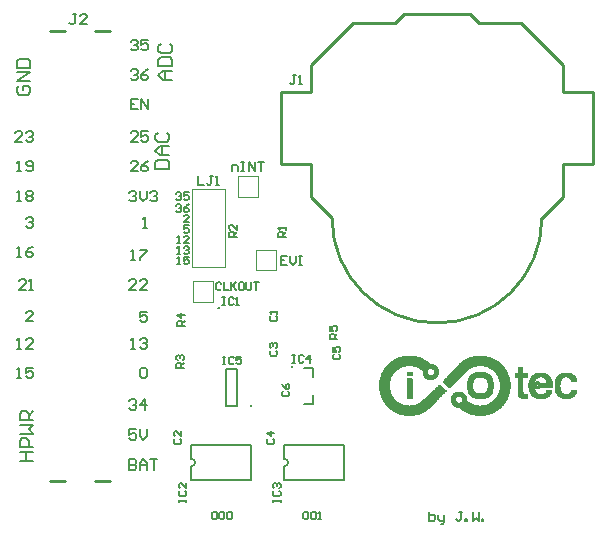
<source format=gto>
G04*
G04 #@! TF.GenerationSoftware,Altium Limited,Altium Designer,19.1.9 (167)*
G04*
G04 Layer_Color=65535*
%FSLAX44Y44*%
%MOMM*%
G71*
G01*
G75*
%ADD10C,0.2540*%
%ADD11C,0.2500*%
%ADD12C,0.2000*%
%ADD13C,0.1000*%
%ADD14C,0.0254*%
%ADD15C,0.1524*%
%ADD16C,0.2032*%
%ADD17C,0.1270*%
%ADD18C,0.1778*%
D10*
X270510Y278130D02*
G03*
X448310Y278130I88900J0D01*
G01*
X202082Y118770D02*
G03*
X202082Y118770I-212J0D01*
G01*
X174709Y201980D02*
G03*
X174709Y201980I-269J0D01*
G01*
X252730Y295910D02*
X270510Y278130D01*
X252730Y295910D02*
Y323850D01*
X448310Y278130D02*
X466090Y295910D01*
X394970Y443230D02*
X430530D01*
X387350Y450850D02*
X394970Y443230D01*
X288290D02*
X323850D01*
X331470Y450850D01*
X252730Y384810D02*
Y407670D01*
X227330Y384810D02*
X252730D01*
X227330Y323850D02*
Y384810D01*
Y323850D02*
X252730D01*
X466090Y295910D02*
Y323850D01*
X491490D01*
Y384810D01*
X466090D02*
X491490D01*
X466090D02*
Y407670D01*
X430530Y443230D02*
X466090Y407670D01*
X331470Y450850D02*
X387350D01*
X252730Y407670D02*
X288290Y443230D01*
X32100Y436500D02*
X44800D01*
X70200D02*
X82900D01*
X70200Y55500D02*
X82900D01*
X32100D02*
X44800D01*
D11*
X236840Y152040D02*
G03*
X236840Y152040I-50J0D01*
G01*
D12*
X230140Y68042D02*
G03*
X230140Y74392I0J3175D01*
G01*
X151400Y68042D02*
G03*
X151400Y74392I0J3175D01*
G01*
X254290Y120890D02*
Y127890D01*
X247190Y120890D02*
X254290D01*
Y143890D02*
Y150890D01*
X247190D02*
X254290D01*
X230140Y56120D02*
Y68042D01*
Y74392D02*
Y86120D01*
X280940D01*
Y56120D02*
Y86120D01*
X230140Y56120D02*
X280940D01*
X151400D02*
Y68042D01*
Y74392D02*
Y86120D01*
X202200D01*
Y56120D02*
Y86120D01*
X151400Y56120D02*
X202200D01*
X180420Y119120D02*
Y150120D01*
X190420Y119120D02*
Y150120D01*
X180420D02*
X190420D01*
X180420Y119120D02*
X190420D01*
D13*
X206030Y233816D02*
Y250816D01*
Y233816D02*
X223230D01*
Y250816D01*
X206030D02*
X223230D01*
X152690Y207400D02*
Y224400D01*
Y207400D02*
X169890D01*
Y224400D01*
X152690D02*
X169890D01*
X190790Y296300D02*
Y313300D01*
Y296300D02*
X207990D01*
Y313300D01*
X190790D02*
X207990D01*
X152366Y236240D02*
Y302240D01*
X179866D01*
Y236240D02*
Y302240D01*
X152366Y236240D02*
X179866D01*
D14*
X427736Y151638D02*
X431800D01*
X427736Y151384D02*
X431800D01*
X427736Y151130D02*
X431800D01*
X427736Y150876D02*
X431800D01*
X427736Y150622D02*
X431800D01*
X427736Y150368D02*
X431800D01*
X427736Y150114D02*
X431800D01*
X427736Y149860D02*
X431800D01*
X427736Y149606D02*
X431800D01*
X427736Y149352D02*
X431800D01*
X427736Y149098D02*
X431800D01*
X427736Y148844D02*
X431800D01*
X427736Y148590D02*
X431800D01*
X427736Y148336D02*
X431800D01*
X427736Y148082D02*
X431800D01*
X427736Y147828D02*
X431800D01*
X427736Y147574D02*
X431800D01*
X427736Y147320D02*
X431800D01*
X427736Y147066D02*
X431800D01*
X444500D02*
X449326D01*
X466344D02*
X470916D01*
X427736Y146812D02*
X431800D01*
X443484D02*
X450088D01*
X465582D02*
X471932D01*
X425196Y146558D02*
X435356D01*
X442722D02*
X450850D01*
X464566D02*
X472694D01*
X425196Y146304D02*
X435356D01*
X442214D02*
X451358D01*
X464058D02*
X473202D01*
X425196Y146050D02*
X435356D01*
X441706D02*
X451866D01*
X463550D02*
X473456D01*
X425196Y145796D02*
X435356D01*
X441452D02*
X452374D01*
X463042D02*
X473964D01*
X425196Y145542D02*
X435356D01*
X440944D02*
X452628D01*
X462788D02*
X474472D01*
X425196Y145288D02*
X435356D01*
X440690D02*
X452882D01*
X462534D02*
X474726D01*
X425196Y145034D02*
X435356D01*
X440182D02*
X453390D01*
X462280D02*
X474980D01*
X425196Y144780D02*
X435356D01*
X439928D02*
X453644D01*
X462026D02*
X475234D01*
X425196Y144526D02*
X435356D01*
X439674D02*
X453898D01*
X461772D02*
X475488D01*
X425196Y144272D02*
X435356D01*
X439420D02*
X454152D01*
X461518D02*
X475742D01*
X425196Y144018D02*
X435356D01*
X439420D02*
X454152D01*
X461264D02*
X475996D01*
X425196Y143764D02*
X435356D01*
X439166D02*
X445770D01*
X448056D02*
X454406D01*
X461010D02*
X467360D01*
X469900D02*
X475996D01*
X425196Y143510D02*
X435356D01*
X438912D02*
X444754D01*
X448818D02*
X454660D01*
X460756D02*
X466598D01*
X470662D02*
X475996D01*
X427736Y143256D02*
X431800D01*
X438912D02*
X443992D01*
X449326D02*
X454914D01*
X460502D02*
X466090D01*
X471170D02*
X476504D01*
X427736Y143002D02*
X431800D01*
X438404D02*
X443992D01*
X449834D02*
X454914D01*
X460502D02*
X465582D01*
X471424D02*
X476504D01*
X427736Y142748D02*
X431800D01*
X438404D02*
X443484D01*
X450088D02*
X455168D01*
X460248D02*
X465328D01*
X471932D02*
X476504D01*
X427736Y142494D02*
X431800D01*
X438404D02*
X443230D01*
X450342D02*
X455422D01*
X459994D02*
X465074D01*
X472186D02*
X476758D01*
X427736Y142240D02*
X431800D01*
X438150D02*
X442976D01*
X450596D02*
X455422D01*
X459994D02*
X464820D01*
X472186D02*
X476758D01*
X427736Y141986D02*
X431800D01*
X437896D02*
X442722D01*
X450850D02*
X455422D01*
X459994D02*
X464566D01*
X472440D02*
X477012D01*
X427736Y141732D02*
X431800D01*
X437896D02*
X442468D01*
X451104D02*
X455676D01*
X459740D02*
X464312D01*
X472694D02*
X477012D01*
X427736Y141478D02*
X431800D01*
X437896D02*
X442468D01*
X451104D02*
X455930D01*
X459740D02*
X464312D01*
X472694D02*
X477012D01*
X427736Y141224D02*
X431800D01*
X437896D02*
X442214D01*
X451358D02*
X455930D01*
X459486D02*
X464058D01*
X472694D02*
X477012D01*
X427736Y140970D02*
X431800D01*
X437642D02*
X442214D01*
X451358D02*
X455930D01*
X459486D02*
X463804D01*
X472694D02*
X477012D01*
X427736Y140716D02*
X431800D01*
X437642D02*
X441960D01*
X451612D02*
X455930D01*
X459486D02*
X463804D01*
X472948D02*
X477012D01*
X427736Y140462D02*
X431800D01*
X437388D02*
X441960D01*
X451612D02*
X456184D01*
X459486D02*
X463804D01*
X472948D02*
X477012D01*
X427736Y140208D02*
X431800D01*
X437388D02*
X441706D01*
X451612D02*
X456184D01*
X459232D02*
X463550D01*
X427736Y139954D02*
X431800D01*
X437388D02*
X441706D01*
X451866D02*
X456184D01*
X459232D02*
X463550D01*
X427736Y139700D02*
X431800D01*
X437388D02*
X441706D01*
X443230D02*
X444754D01*
X451866D02*
X456438D01*
X459232D02*
X463550D01*
X427736Y139446D02*
X431800D01*
X437388D02*
X441706D01*
X442468D02*
X445516D01*
X452120D02*
X456438D01*
X458978D02*
X463550D01*
X427736Y139192D02*
X431800D01*
X437134D02*
X441452D01*
X442214D02*
X445770D01*
X452120D02*
X456438D01*
X458978D02*
X463296D01*
X427736Y138938D02*
X431800D01*
X437134D02*
X441452D01*
X441960D02*
X446024D01*
X452120D02*
X456438D01*
X458978D02*
X463296D01*
X427736Y138684D02*
X431800D01*
X437134D02*
X441452D01*
X441706D02*
X446278D01*
X452120D02*
X456438D01*
X458978D02*
X463296D01*
X427736Y138430D02*
X431800D01*
X437134D02*
X441198D01*
X441452D02*
X456438D01*
X458978D02*
X463296D01*
X427736Y138176D02*
X431800D01*
X436880D02*
X441198D01*
X441452D02*
X456438D01*
X458978D02*
X463296D01*
X427736Y137922D02*
X431800D01*
X436880D02*
X443738D01*
X443992D02*
X456438D01*
X458978D02*
X463296D01*
X427736Y137668D02*
X431800D01*
X436880D02*
X443230D01*
X444754D02*
X456438D01*
X458978D02*
X463296D01*
X427736Y137414D02*
X431800D01*
X436880D02*
X442976D01*
X445008D02*
X456438D01*
X458978D02*
X463042D01*
X427736Y137160D02*
X431800D01*
X436880D02*
X440944D01*
X441198D02*
X442976D01*
X445008D02*
X456438D01*
X458978D02*
X463042D01*
X427736Y136906D02*
X431800D01*
X436880D02*
X442976D01*
X445008D02*
X456438D01*
X458978D02*
X463042D01*
X427736Y136652D02*
X431800D01*
X436880D02*
X442976D01*
X445008D02*
X456438D01*
X458978D02*
X463042D01*
X427736Y136398D02*
X431800D01*
X436880D02*
X442976D01*
X445008D02*
X456438D01*
X458978D02*
X463042D01*
X427736Y136144D02*
X431800D01*
X436880D02*
X443230D01*
X444754D02*
X456438D01*
X458978D02*
X463042D01*
X427736Y135890D02*
X431800D01*
X436880D02*
X443738D01*
X444246D02*
X456438D01*
X458978D02*
X463042D01*
X427736Y135636D02*
X431800D01*
X436880D02*
X441198D01*
X441452D02*
X456438D01*
X458978D02*
X463042D01*
X427736Y135382D02*
X431800D01*
X436880D02*
X441198D01*
X441452D02*
X456438D01*
X458978D02*
X463042D01*
X427736Y135128D02*
X431800D01*
X436880D02*
X441198D01*
X441452D02*
X446278D01*
X458978D02*
X463296D01*
X427736Y134874D02*
X431800D01*
X436880D02*
X441198D01*
X441960D02*
X446024D01*
X458978D02*
X463296D01*
X427736Y134620D02*
X431800D01*
X436880D02*
X441198D01*
X441960D02*
X445770D01*
X458978D02*
X463296D01*
X427736Y134366D02*
X431800D01*
X437134D02*
X441198D01*
X442468D02*
X445516D01*
X458978D02*
X463296D01*
X427736Y134112D02*
X431800D01*
X437134D02*
X441452D01*
X442976D02*
X444754D01*
X458978D02*
X463296D01*
X427736Y133858D02*
X431800D01*
X437134D02*
X441452D01*
X458978D02*
X463296D01*
X427736Y133604D02*
X431800D01*
X437134D02*
X441452D01*
X458978D02*
X463296D01*
X427736Y133350D02*
X431800D01*
X437134D02*
X441706D01*
X458978D02*
X463296D01*
X427736Y133096D02*
X431800D01*
X437388D02*
X441706D01*
X458978D02*
X463550D01*
X427736Y132842D02*
X431800D01*
X437388D02*
X441706D01*
X459232D02*
X463550D01*
X427736Y132588D02*
X431800D01*
X437388D02*
X441706D01*
X459232D02*
X463804D01*
X427736Y132334D02*
X431800D01*
X437388D02*
X441960D01*
X452120D02*
X456184D01*
X459486D02*
X463804D01*
X472948D02*
X477012D01*
X427736Y132080D02*
X431800D01*
X437388D02*
X442214D01*
X451866D02*
X456184D01*
X459486D02*
X463804D01*
X472948D02*
X477012D01*
X427736Y131826D02*
X431800D01*
X437642D02*
X442214D01*
X451866D02*
X456184D01*
X459486D02*
X464058D01*
X472694D02*
X477012D01*
X427736Y131572D02*
X431800D01*
X437642D02*
X442214D01*
X451866D02*
X456184D01*
X459486D02*
X464058D01*
X472694D02*
X477012D01*
X427736Y131318D02*
X431800D01*
X437896D02*
X442468D01*
X451612D02*
X455930D01*
X459486D02*
X464312D01*
X472694D02*
X477012D01*
X427990Y131064D02*
X431800D01*
X437896D02*
X442468D01*
X451612D02*
X455930D01*
X459740D02*
X464312D01*
X472694D02*
X477012D01*
X427990Y130810D02*
X432054D01*
X437896D02*
X442722D01*
X451358D02*
X455930D01*
X459994D02*
X464566D01*
X472440D02*
X477012D01*
X427990Y130556D02*
X432054D01*
X438150D02*
X442976D01*
X451358D02*
X455930D01*
X459994D02*
X464820D01*
X472440D02*
X476758D01*
X427990Y130302D02*
X432054D01*
X438404D02*
X443230D01*
X451104D02*
X455930D01*
X459994D02*
X464820D01*
X472186D02*
X476758D01*
X427990Y130048D02*
X432054D01*
X438404D02*
X443484D01*
X450850D02*
X455676D01*
X460248D02*
X465328D01*
X471932D02*
X476504D01*
X427990Y129794D02*
X432308D01*
X438404D02*
X443738D01*
X450596D02*
X455422D01*
X460502D02*
X465582D01*
X471678D02*
X476504D01*
X427990Y129540D02*
X432308D01*
X438912D02*
X444246D01*
X450342D02*
X455422D01*
X460502D02*
X465836D01*
X471424D02*
X476504D01*
X427990Y129286D02*
X432562D01*
X438912D02*
X444754D01*
X449580D02*
X455422D01*
X460756D02*
X466344D01*
X470916D02*
X476250D01*
X427990Y129032D02*
X433070D01*
X435102D02*
X435864D01*
X439166D02*
X445262D01*
X449072D02*
X454914D01*
X461010D02*
X466852D01*
X470408D02*
X475996D01*
X428244Y128778D02*
X435864D01*
X439420D02*
X454914D01*
X461010D02*
X475996D01*
X427990Y128524D02*
X435864D01*
X439420D02*
X454660D01*
X461264D02*
X475742D01*
X427990Y128270D02*
X435864D01*
X439674D02*
X454406D01*
X461518D02*
X475488D01*
X428244Y128016D02*
X435864D01*
X439928D02*
X454406D01*
X461772D02*
X475488D01*
X428244Y127762D02*
X435864D01*
X440182D02*
X454152D01*
X462026D02*
X475234D01*
X428498Y127508D02*
X435864D01*
X440690D02*
X453644D01*
X462534D02*
X474980D01*
X428752Y127254D02*
X435864D01*
X440944D02*
X453390D01*
X462534D02*
X474472D01*
X429006Y127000D02*
X435864D01*
X441452D02*
X452882D01*
X463042D02*
X474218D01*
X429260Y126746D02*
X435864D01*
X441706D02*
X452628D01*
X463296D02*
X473710D01*
X429514Y126492D02*
X435864D01*
X442214D02*
X452120D01*
X464058D02*
X473456D01*
X429768Y126238D02*
X435864D01*
X442722D02*
X451612D01*
X464312D02*
X472948D01*
X430530Y125984D02*
X435864D01*
X443484D02*
X450850D01*
X465074D02*
X471932D01*
X431292Y125730D02*
X434848D01*
X444246D02*
X450088D01*
X465836D02*
X471424D01*
X331724Y161544D02*
X339598D01*
X391668D02*
X399542D01*
X331216Y161290D02*
X340106D01*
X391160D02*
X400050D01*
X329946Y161036D02*
X341376D01*
X389890D02*
X401320D01*
X328930Y160782D02*
X342392D01*
X388874D02*
X402336D01*
X328168Y160528D02*
X343154D01*
X388112D02*
X403098D01*
X327152Y160274D02*
X343916D01*
X387350D02*
X404114D01*
X326644Y160020D02*
X344678D01*
X386588D02*
X404622D01*
X325882Y159766D02*
X345440D01*
X385826D02*
X405384D01*
X325374Y159512D02*
X345948D01*
X385318D02*
X405892D01*
X324866Y159258D02*
X346456D01*
X384810D02*
X406400D01*
X324358Y159004D02*
X346964D01*
X384302D02*
X406908D01*
X323850Y158750D02*
X347472D01*
X383794D02*
X407416D01*
X323342Y158496D02*
X347980D01*
X383286D02*
X407924D01*
X322834Y158242D02*
X348488D01*
X383032D02*
X408432D01*
X322580Y157988D02*
X348742D01*
X382524D02*
X408686D01*
X322072Y157734D02*
X349250D01*
X382016D02*
X409194D01*
X321818Y157480D02*
X349504D01*
X381762D02*
X409702D01*
X321310Y157226D02*
X350012D01*
X381254D02*
X409956D01*
X321056Y156972D02*
X350266D01*
X381000D02*
X410210D01*
X320548Y156718D02*
X350774D01*
X380492D02*
X410718D01*
X320294Y156464D02*
X351028D01*
X380238D02*
X410972D01*
X320040Y156210D02*
X351282D01*
X379984D02*
X411480D01*
X319532Y155956D02*
X351536D01*
X379730D02*
X411734D01*
X319278Y155702D02*
X352044D01*
X379476D02*
X411988D01*
X319024Y155448D02*
X352298D01*
X378968D02*
X412242D01*
X318770Y155194D02*
X352552D01*
X378714D02*
X412496D01*
X318516Y154940D02*
X352806D01*
X378460D02*
X412750D01*
X318262Y154686D02*
X353060D01*
X378206D02*
X413004D01*
X318008Y154432D02*
X355092D01*
X377952D02*
X413258D01*
X317754Y154178D02*
X356108D01*
X377698D02*
X413512D01*
X317500Y153924D02*
X356616D01*
X377444D02*
X413766D01*
X317246Y153670D02*
X357124D01*
X377190D02*
X414020D01*
X316992Y153416D02*
X333502D01*
X337820D02*
X357378D01*
X376936D02*
X393446D01*
X398018D02*
X414274D01*
X316738Y153162D02*
X332232D01*
X339090D02*
X357632D01*
X376682D02*
X392176D01*
X399034D02*
X414528D01*
X316484Y152908D02*
X330962D01*
X340360D02*
X358140D01*
X376682D02*
X390906D01*
X400304D02*
X414782D01*
X316230Y152654D02*
X330200D01*
X341122D02*
X358394D01*
X376428D02*
X390144D01*
X401066D02*
X415036D01*
X315976Y152400D02*
X329438D01*
X341884D02*
X358648D01*
X376174D02*
X389382D01*
X401828D02*
X415290D01*
X315976Y152146D02*
X328930D01*
X342392D02*
X358648D01*
X375920D02*
X388874D01*
X402336D02*
X415544D01*
X315722Y151892D02*
X328168D01*
X343154D02*
X359156D01*
X375666D02*
X388366D01*
X403098D02*
X415544D01*
X315468Y151638D02*
X327660D01*
X343662D02*
X359156D01*
X375412D02*
X387858D01*
X403606D02*
X415798D01*
X315214Y151384D02*
X327406D01*
X344170D02*
X359410D01*
X375158D02*
X387350D01*
X403860D02*
X416052D01*
X315214Y151130D02*
X326898D01*
X344424D02*
X359410D01*
X374904D02*
X386842D01*
X404622D02*
X416052D01*
X314960Y150876D02*
X326390D01*
X344932D02*
X352806D01*
X355092D02*
X359664D01*
X374650D02*
X386334D01*
X404876D02*
X416560D01*
X314706Y150622D02*
X326136D01*
X345440D02*
X352044D01*
X355600D02*
X359664D01*
X374396D02*
X386080D01*
X405130D02*
X416560D01*
X314706Y150368D02*
X325628D01*
X345694D02*
X351790D01*
X355854D02*
X359918D01*
X374142D02*
X385572D01*
X405638D02*
X416814D01*
X314452Y150114D02*
X325374D01*
X345948D02*
X351536D01*
X356108D02*
X359918D01*
X373888D02*
X385318D01*
X406146D02*
X416814D01*
X314198Y149860D02*
X325120D01*
X346202D02*
X351282D01*
X356108D02*
X359918D01*
X373634D02*
X385064D01*
X406400D02*
X417068D01*
X314198Y149606D02*
X324612D01*
X346710D02*
X351282D01*
X356616D02*
X359918D01*
X373380D02*
X384556D01*
X406654D02*
X417068D01*
X313944Y149352D02*
X324358D01*
X346964D02*
X351028D01*
X356616D02*
X360172D01*
X373126D02*
X384556D01*
X406908D02*
X417322D01*
X313690Y149098D02*
X324104D01*
X347218D02*
X351028D01*
X356616D02*
X360172D01*
X372872D02*
X384048D01*
X407162D02*
X417576D01*
X313690Y148844D02*
X323850D01*
X347218D02*
X351028D01*
X356870D02*
X360172D01*
X372618D02*
X383794D01*
X407416D02*
X417576D01*
X313436Y148590D02*
X323596D01*
X347218D02*
X350774D01*
X356870D02*
X360172D01*
X372364D02*
X383540D01*
X407670D02*
X417830D01*
X313436Y148336D02*
X323342D01*
X347218D02*
X350774D01*
X356870D02*
X360172D01*
X372110D02*
X383286D01*
X407924D02*
X418084D01*
X313182Y148082D02*
X323088D01*
X347218D02*
X350774D01*
X356870D02*
X360172D01*
X372110D02*
X383032D01*
X408178D02*
X418084D01*
X312928Y147828D02*
X322834D01*
X334264D02*
X337566D01*
X347218D02*
X350774D01*
X356870D02*
X360172D01*
X371856D02*
X382778D01*
X408432D02*
X418084D01*
X312928Y147574D02*
X322580D01*
X334010D02*
X337820D01*
X347218D02*
X350774D01*
X356870D02*
X360172D01*
X371602D02*
X382524D01*
X408686D02*
X418338D01*
X312928Y147320D02*
X322326D01*
X334010D02*
X338074D01*
X347218D02*
X351028D01*
X356870D02*
X360172D01*
X371348D02*
X382270D01*
X391668D02*
X399796D01*
X408940D02*
X418592D01*
X312674Y147066D02*
X322326D01*
X334010D02*
X338074D01*
X347218D02*
X351028D01*
X356870D02*
X360172D01*
X371094D02*
X382016D01*
X390652D02*
X400812D01*
X409194D02*
X418592D01*
X312674Y146812D02*
X322072D01*
X334010D02*
X338074D01*
X347218D02*
X351028D01*
X356616D02*
X360172D01*
X370840D02*
X381762D01*
X390144D02*
X401574D01*
X409448D02*
X418592D01*
X312420Y146558D02*
X321818D01*
X334010D02*
X338074D01*
X347218D02*
X351028D01*
X356616D02*
X359918D01*
X370586D02*
X381508D01*
X389636D02*
X402082D01*
X409448D02*
X418846D01*
X312420Y146304D02*
X321564D01*
X334010D02*
X338074D01*
X347218D02*
X351282D01*
X356362D02*
X359918D01*
X370332D02*
X381254D01*
X389128D02*
X402336D01*
X409702D02*
X418846D01*
X312166Y146050D02*
X321564D01*
X334010D02*
X338074D01*
X347472D02*
X351536D01*
X356362D02*
X359918D01*
X370078D02*
X381000D01*
X388874D02*
X402844D01*
X409702D02*
X419100D01*
X312166Y145796D02*
X321310D01*
X334010D02*
X338074D01*
X347472D02*
X351790D01*
X356108D02*
X359918D01*
X369824D02*
X380746D01*
X388366D02*
X403352D01*
X409956D02*
X419100D01*
X312166Y145542D02*
X321056D01*
X334010D02*
X338074D01*
X347726D02*
X352044D01*
X355600D02*
X359664D01*
X369824D02*
X380492D01*
X388112D02*
X403352D01*
X410210D02*
X419100D01*
X312166Y145288D02*
X321056D01*
X334010D02*
X338074D01*
X347726D02*
X352298D01*
X355346D02*
X359664D01*
X369570D02*
X380238D01*
X387858D02*
X403860D01*
X410464D02*
X419354D01*
X311912Y145034D02*
X320802D01*
X334010D02*
X338074D01*
X347980D02*
X353314D01*
X354584D02*
X359410D01*
X369316D02*
X379984D01*
X387604D02*
X404114D01*
X410464D02*
X419354D01*
X311658Y144780D02*
X320802D01*
X334264D02*
X337820D01*
X347980D02*
X359410D01*
X369062D02*
X379730D01*
X387350D02*
X404368D01*
X410718D02*
X419608D01*
X311658Y144526D02*
X320548D01*
X348234D02*
X359156D01*
X368808D02*
X379476D01*
X387096D02*
X404622D01*
X410718D02*
X419608D01*
X311658Y144272D02*
X320548D01*
X348234D02*
X358902D01*
X368554D02*
X379222D01*
X387096D02*
X404876D01*
X410972D02*
X419608D01*
X311658Y144018D02*
X320294D01*
X348488D02*
X358648D01*
X368300D02*
X378968D01*
X386588D02*
X404876D01*
X410972D02*
X419862D01*
X311658Y143764D02*
X320040D01*
X348742D02*
X358394D01*
X368046D02*
X378714D01*
X386588D02*
X405130D01*
X410972D02*
X419862D01*
X311404Y143510D02*
X320040D01*
X348996D02*
X358394D01*
X367792D02*
X378460D01*
X386334D02*
X405384D01*
X411226D02*
X419862D01*
X311404Y143256D02*
X320040D01*
X349250D02*
X357886D01*
X367538D02*
X378206D01*
X386334D02*
X392684D01*
X399034D02*
X405384D01*
X411480D02*
X420116D01*
X311150Y143002D02*
X319786D01*
X349504D02*
X357632D01*
X367284D02*
X377952D01*
X386080D02*
X391922D01*
X399542D02*
X405384D01*
X411480D02*
X420116D01*
X311150Y142748D02*
X319786D01*
X349758D02*
X357378D01*
X367030D02*
X377698D01*
X386080D02*
X391668D01*
X400304D02*
X405638D01*
X411480D02*
X420116D01*
X311150Y142494D02*
X319786D01*
X350266D02*
X357124D01*
X366776D02*
X377444D01*
X386080D02*
X391160D01*
X400304D02*
X405892D01*
X411734D02*
X420116D01*
X311150Y142240D02*
X319532D01*
X334264D02*
X337820D01*
X350774D02*
X356362D01*
X366522D02*
X377190D01*
X385826D02*
X390906D01*
X400812D02*
X405892D01*
X411734D02*
X420116D01*
X311150Y141986D02*
X319532D01*
X334010D02*
X338074D01*
X351282D02*
X356108D01*
X366268D02*
X376936D01*
X385826D02*
X390652D01*
X401066D02*
X405892D01*
X411734D02*
X420370D01*
X310896Y141732D02*
X319278D01*
X334010D02*
X338074D01*
X352298D02*
X355092D01*
X366014D02*
X376682D01*
X385572D02*
X390398D01*
X401320D02*
X405892D01*
X411988D02*
X420370D01*
X310896Y141478D02*
X319278D01*
X334010D02*
X338074D01*
X365760D02*
X376428D01*
X385572D02*
X390144D01*
X401320D02*
X406146D01*
X411988D02*
X420370D01*
X310896Y141224D02*
X319278D01*
X334010D02*
X338074D01*
X365506D02*
X376174D01*
X385572D02*
X390144D01*
X401574D02*
X406146D01*
X411988D02*
X420624D01*
X310896Y140970D02*
X319278D01*
X334010D02*
X338074D01*
X365506D02*
X375920D01*
X385572D02*
X390144D01*
X401828D02*
X406400D01*
X411988D02*
X420624D01*
X310642Y140716D02*
X319024D01*
X334010D02*
X338074D01*
X365252D02*
X375666D01*
X385572D02*
X389890D01*
X401828D02*
X406400D01*
X412242D02*
X420624D01*
X310642Y140462D02*
X319024D01*
X334010D02*
X338074D01*
X364998D02*
X375412D01*
X385318D02*
X389636D01*
X401828D02*
X406400D01*
X412242D02*
X420624D01*
X310642Y140208D02*
X319024D01*
X334010D02*
X338074D01*
X364744D02*
X375158D01*
X385318D02*
X389636D01*
X402082D02*
X406400D01*
X412496D02*
X420624D01*
X310642Y139954D02*
X319024D01*
X334010D02*
X338074D01*
X364490D02*
X374904D01*
X385318D02*
X389636D01*
X402082D02*
X406400D01*
X412496D02*
X420624D01*
X310388Y139700D02*
X318770D01*
X334010D02*
X338074D01*
X364490D02*
X374650D01*
X385064D02*
X389636D01*
X402082D02*
X406400D01*
X412496D02*
X420624D01*
X310388Y139446D02*
X318770D01*
X334010D02*
X338074D01*
X364490D02*
X374396D01*
X385064D02*
X389636D01*
X402082D02*
X406400D01*
X412496D02*
X420624D01*
X310388Y139192D02*
X318770D01*
X334010D02*
X338074D01*
X364744D02*
X374142D01*
X385064D02*
X389382D01*
X402082D02*
X406654D01*
X412496D02*
X420624D01*
X310388Y138938D02*
X318770D01*
X334010D02*
X338074D01*
X364998D02*
X373888D01*
X385064D02*
X389382D01*
X402336D02*
X406654D01*
X412496D02*
X420878D01*
X310388Y138684D02*
X318770D01*
X334010D02*
X338074D01*
X365252D02*
X373634D01*
X385064D02*
X389382D01*
X402336D02*
X406654D01*
X412496D02*
X420878D01*
X310388Y138430D02*
X318770D01*
X334010D02*
X338074D01*
X365506D02*
X373380D01*
X385064D02*
X389128D01*
X402336D02*
X406654D01*
X412496D02*
X420878D01*
X310388Y138176D02*
X318770D01*
X334010D02*
X338074D01*
X365760D02*
X373126D01*
X385064D02*
X389382D01*
X402336D02*
X406654D01*
X412750D02*
X420878D01*
X310388Y137922D02*
X318770D01*
X334010D02*
X338074D01*
X366014D02*
X372872D01*
X385064D02*
X389382D01*
X402336D02*
X406654D01*
X412750D02*
X420878D01*
X310388Y137668D02*
X318770D01*
X334010D02*
X338074D01*
X366268D02*
X372618D01*
X385064D02*
X389382D01*
X402336D02*
X406654D01*
X412750D02*
X420878D01*
X310388Y137414D02*
X318516D01*
X334010D02*
X338074D01*
X366522D02*
X372364D01*
X385064D02*
X389382D01*
X402590D02*
X406654D01*
X412750D02*
X420878D01*
X310388Y137160D02*
X318516D01*
X334010D02*
X338074D01*
X366776D02*
X372110D01*
X385064D02*
X389382D01*
X402590D02*
X406654D01*
X412750D02*
X420878D01*
X310388Y136906D02*
X318516D01*
X334010D02*
X338074D01*
X367284D02*
X371856D01*
X385064D02*
X389382D01*
X402590D02*
X406654D01*
X412750D02*
X420878D01*
X310388Y136652D02*
X318516D01*
X334010D02*
X338074D01*
X360934D02*
X361950D01*
X367538D02*
X371602D01*
X385064D02*
X389382D01*
X402590D02*
X406654D01*
X412750D02*
X420878D01*
X310388Y136398D02*
X318516D01*
X334010D02*
X338074D01*
X360680D02*
X362204D01*
X367792D02*
X371348D01*
X385064D02*
X389382D01*
X402590D02*
X406654D01*
X412750D02*
X420878D01*
X310388Y136144D02*
X318516D01*
X334010D02*
X338074D01*
X360426D02*
X362458D01*
X368046D02*
X371094D01*
X385064D02*
X389382D01*
X402590D02*
X406654D01*
X412750D02*
X420878D01*
X310388Y135890D02*
X318516D01*
X334010D02*
X338074D01*
X360172D02*
X362712D01*
X368300D02*
X370840D01*
X385064D02*
X389382D01*
X402590D02*
X406654D01*
X412750D02*
X420878D01*
X310388Y135636D02*
X318516D01*
X334010D02*
X338074D01*
X359918D02*
X362966D01*
X368554D02*
X370586D01*
X385064D02*
X389382D01*
X402590D02*
X406654D01*
X412750D02*
X420878D01*
X310388Y135382D02*
X318516D01*
X334010D02*
X338074D01*
X359664D02*
X363220D01*
X368808D02*
X370332D01*
X385064D02*
X389382D01*
X402336D02*
X406654D01*
X412750D02*
X420878D01*
X310388Y135128D02*
X318770D01*
X334010D02*
X338074D01*
X359410D02*
X363474D01*
X369062D02*
X370078D01*
X385064D02*
X389382D01*
X402336D02*
X406654D01*
X412750D02*
X420878D01*
X310388Y134874D02*
X318770D01*
X334010D02*
X338074D01*
X359156D02*
X363728D01*
X369316D02*
X369824D01*
X385064D02*
X389128D01*
X402336D02*
X406654D01*
X412750D02*
X420878D01*
X310388Y134620D02*
X318770D01*
X334010D02*
X338074D01*
X358902D02*
X363982D01*
X385064D02*
X389382D01*
X402336D02*
X406654D01*
X412750D02*
X420878D01*
X310388Y134366D02*
X318770D01*
X334010D02*
X338074D01*
X358648D02*
X364236D01*
X385064D02*
X389382D01*
X402336D02*
X406654D01*
X412496D02*
X420878D01*
X310388Y134112D02*
X318770D01*
X334010D02*
X338074D01*
X358394D02*
X364490D01*
X385064D02*
X389382D01*
X402082D02*
X406654D01*
X412496D02*
X420878D01*
X310388Y133858D02*
X318770D01*
X334010D02*
X338074D01*
X358140D02*
X364744D01*
X385064D02*
X389382D01*
X402082D02*
X406400D01*
X412496D02*
X420878D01*
X310388Y133604D02*
X318770D01*
X334010D02*
X338074D01*
X357886D02*
X365252D01*
X385064D02*
X389636D01*
X402082D02*
X406400D01*
X412496D02*
X420624D01*
X310388Y133350D02*
X318770D01*
X334010D02*
X338074D01*
X357632D02*
X365506D01*
X385064D02*
X389636D01*
X402082D02*
X406400D01*
X412496D02*
X420624D01*
X310388Y133096D02*
X318770D01*
X334010D02*
X338074D01*
X357378D02*
X365760D01*
X385318D02*
X389636D01*
X402082D02*
X406400D01*
X412496D02*
X420624D01*
X310642Y132842D02*
X319024D01*
X334010D02*
X338074D01*
X357124D02*
X366014D01*
X385318D02*
X389636D01*
X401828D02*
X406400D01*
X412496D02*
X420624D01*
X310642Y132588D02*
X319024D01*
X334010D02*
X338074D01*
X356870D02*
X366268D01*
X385318D02*
X389890D01*
X401828D02*
X406400D01*
X412242D02*
X420624D01*
X310642Y132334D02*
X319024D01*
X334010D02*
X338074D01*
X356362D02*
X366776D01*
X385572D02*
X390144D01*
X401828D02*
X406400D01*
X412242D02*
X420624D01*
X310642Y132080D02*
X319278D01*
X334010D02*
X338074D01*
X356108D02*
X366776D01*
X385572D02*
X390144D01*
X401574D02*
X406400D01*
X412242D02*
X420624D01*
X310896Y131826D02*
X319278D01*
X334010D02*
X338074D01*
X355854D02*
X366776D01*
X385572D02*
X390144D01*
X401574D02*
X406146D01*
X411988D02*
X420624D01*
X310896Y131572D02*
X319278D01*
X334010D02*
X338074D01*
X355600D02*
X366268D01*
X385572D02*
X390398D01*
X401066D02*
X406146D01*
X411988D02*
X420370D01*
X310896Y131318D02*
X319278D01*
X334010D02*
X338074D01*
X355346D02*
X366014D01*
X385572D02*
X390652D01*
X401066D02*
X405892D01*
X411988D02*
X420370D01*
X310896Y131064D02*
X319532D01*
X334010D02*
X338074D01*
X355092D02*
X365760D01*
X376936D02*
X378206D01*
X385826D02*
X390906D01*
X400812D02*
X405892D01*
X411988D02*
X420370D01*
X311150Y130810D02*
X319532D01*
X334010D02*
X338074D01*
X354838D02*
X365506D01*
X375666D02*
X379476D01*
X385826D02*
X391160D01*
X400558D02*
X405892D01*
X411734D02*
X420370D01*
X311150Y130556D02*
X319532D01*
X334010D02*
X338074D01*
X354584D02*
X365252D01*
X374904D02*
X380238D01*
X386080D02*
X391414D01*
X400304D02*
X405892D01*
X411734D02*
X420116D01*
X311150Y130302D02*
X319532D01*
X334010D02*
X338074D01*
X354330D02*
X364998D01*
X374396D02*
X380746D01*
X386080D02*
X391922D01*
X399796D02*
X405638D01*
X411480D02*
X420116D01*
X311150Y130048D02*
X319786D01*
X334010D02*
X338074D01*
X353822D02*
X364744D01*
X374142D02*
X381254D01*
X386080D02*
X392430D01*
X399288D02*
X405384D01*
X411480D02*
X420116D01*
X311150Y129794D02*
X319786D01*
X334010D02*
X338074D01*
X353568D02*
X364490D01*
X373634D02*
X381508D01*
X386334D02*
X405384D01*
X411480D02*
X420116D01*
X311404Y129540D02*
X320040D01*
X334010D02*
X338074D01*
X353314D02*
X364236D01*
X373380D02*
X381762D01*
X386588D02*
X405130D01*
X411226D02*
X420116D01*
X311404Y129286D02*
X320040D01*
X334010D02*
X338074D01*
X353060D02*
X363982D01*
X373126D02*
X382016D01*
X386588D02*
X404876D01*
X411226D02*
X419862D01*
X311404Y129032D02*
X320040D01*
X334010D02*
X338074D01*
X352806D02*
X363728D01*
X372872D02*
X382270D01*
X386842D02*
X404876D01*
X410972D02*
X419862D01*
X311658Y128778D02*
X320294D01*
X334010D02*
X338074D01*
X352552D02*
X363474D01*
X372618D02*
X382524D01*
X387096D02*
X404622D01*
X410972D02*
X419608D01*
X311658Y128524D02*
X320548D01*
X334010D02*
X338074D01*
X352298D02*
X363220D01*
X372364D02*
X382778D01*
X387350D02*
X404368D01*
X410972D02*
X419608D01*
X311658Y128270D02*
X320548D01*
X334010D02*
X338074D01*
X352044D02*
X362966D01*
X372110D02*
X383032D01*
X387604D02*
X404114D01*
X410718D02*
X419608D01*
X311912Y128016D02*
X320802D01*
X334010D02*
X338074D01*
X351790D02*
X362712D01*
X372110D02*
X383286D01*
X387604D02*
X403860D01*
X410464D02*
X419608D01*
X311912Y127762D02*
X321056D01*
X334010D02*
X338074D01*
X351536D02*
X362458D01*
X371856D02*
X383286D01*
X388112D02*
X403606D01*
X410464D02*
X419354D01*
X312166Y127508D02*
X321056D01*
X334010D02*
X338074D01*
X351282D02*
X362204D01*
X371856D02*
X376428D01*
X378968D02*
X383286D01*
X388366D02*
X403352D01*
X410210D02*
X419354D01*
X312166Y127254D02*
X321310D01*
X334010D02*
X338074D01*
X351028D02*
X361950D01*
X371602D02*
X376174D01*
X379476D02*
X383540D01*
X388620D02*
X403098D01*
X410210D02*
X419100D01*
X312166Y127000D02*
X321310D01*
X334010D02*
X338074D01*
X350774D02*
X361696D01*
X371348D02*
X375666D01*
X379730D02*
X383794D01*
X388874D02*
X402590D01*
X409956D02*
X419100D01*
X312166Y126746D02*
X321564D01*
X334010D02*
X338074D01*
X350520D02*
X361442D01*
X371348D02*
X375412D01*
X379984D02*
X383794D01*
X389382D02*
X402336D01*
X409702D02*
X419100D01*
X312420Y126492D02*
X321564D01*
X334010D02*
X338074D01*
X350266D02*
X361188D01*
X371348D02*
X375158D01*
X380238D02*
X383794D01*
X389890D02*
X401828D01*
X409702D02*
X418846D01*
X312674Y126238D02*
X322072D01*
X334010D02*
X338074D01*
X350012D02*
X360934D01*
X371348D02*
X375158D01*
X380492D02*
X383794D01*
X390398D02*
X401066D01*
X409448D02*
X418846D01*
X312674Y125984D02*
X322072D01*
X334010D02*
X338074D01*
X349504D02*
X360680D01*
X371348D02*
X374904D01*
X380492D02*
X384048D01*
X391414D02*
X400304D01*
X409194D02*
X418592D01*
X312674Y125730D02*
X322326D01*
X334264D02*
X337820D01*
X349250D02*
X360426D01*
X371094D02*
X374904D01*
X380746D02*
X384048D01*
X392176D02*
X399288D01*
X408940D02*
X418592D01*
X312928Y125476D02*
X322580D01*
X348996D02*
X360172D01*
X371094D02*
X374650D01*
X380746D02*
X384048D01*
X408940D02*
X418338D01*
X312928Y125222D02*
X322834D01*
X348742D02*
X359918D01*
X371094D02*
X374650D01*
X380746D02*
X384048D01*
X408686D02*
X418338D01*
X313182Y124968D02*
X322834D01*
X348488D02*
X359664D01*
X371094D02*
X374650D01*
X380746D02*
X384048D01*
X408432D02*
X418084D01*
X313182Y124714D02*
X323088D01*
X348234D02*
X359410D01*
X371094D02*
X374650D01*
X380746D02*
X384048D01*
X408178D02*
X418084D01*
X313436Y124460D02*
X323342D01*
X347980D02*
X359156D01*
X371094D02*
X374650D01*
X380746D02*
X384048D01*
X407924D02*
X417830D01*
X313436Y124206D02*
X323596D01*
X347726D02*
X358902D01*
X371094D02*
X374650D01*
X380746D02*
X384048D01*
X407670D02*
X417830D01*
X313690Y123952D02*
X323850D01*
X347472D02*
X358902D01*
X371094D02*
X374650D01*
X380746D02*
X384048D01*
X407416D02*
X417576D01*
X313690Y123698D02*
X324104D01*
X346964D02*
X358648D01*
X371094D02*
X374904D01*
X380746D02*
X384048D01*
X407162D02*
X417576D01*
X313944Y123444D02*
X324612D01*
X346710D02*
X358394D01*
X371094D02*
X374904D01*
X380492D02*
X384302D01*
X406908D02*
X417322D01*
X314198Y123190D02*
X324866D01*
X346456D02*
X358140D01*
X371094D02*
X374904D01*
X380492D02*
X384810D01*
X406654D02*
X417068D01*
X314198Y122936D02*
X325120D01*
X346202D02*
X357886D01*
X371348D02*
X375158D01*
X380238D02*
X385064D01*
X406146D02*
X417068D01*
X314452Y122682D02*
X325374D01*
X345948D02*
X357632D01*
X371348D02*
X375412D01*
X380238D02*
X385318D01*
X405892D02*
X416814D01*
X314452Y122428D02*
X325882D01*
X345440D02*
X357378D01*
X371348D02*
X375412D01*
X379984D02*
X385826D01*
X405638D02*
X416560D01*
X314960Y122174D02*
X326136D01*
X345186D02*
X357124D01*
X371348D02*
X375920D01*
X379730D02*
X386080D01*
X405130D02*
X416560D01*
X314960Y121920D02*
X326644D01*
X344678D02*
X356870D01*
X371602D02*
X376174D01*
X379222D02*
X386588D01*
X404622D02*
X416306D01*
X315214Y121666D02*
X326898D01*
X344424D02*
X356616D01*
X371856D02*
X376682D01*
X378714D02*
X386842D01*
X404368D02*
X416052D01*
X315214Y121412D02*
X327406D01*
X343916D02*
X356362D01*
X371856D02*
X387350D01*
X403860D02*
X416052D01*
X315468Y121158D02*
X327914D01*
X343408D02*
X356108D01*
X371856D02*
X387858D01*
X403352D02*
X415798D01*
X315722Y120904D02*
X328422D01*
X342900D02*
X355854D01*
X372110D02*
X388366D01*
X402844D02*
X415544D01*
X315976Y120650D02*
X328930D01*
X342392D02*
X355600D01*
X372364D02*
X388874D01*
X402336D02*
X415290D01*
X316230Y120396D02*
X329692D01*
X341630D02*
X355346D01*
X372618D02*
X389636D01*
X401574D02*
X415036D01*
X316484Y120142D02*
X330200D01*
X341122D02*
X355092D01*
X372872D02*
X390144D01*
X401066D02*
X415036D01*
X316484Y119888D02*
X331470D01*
X339852D02*
X354838D01*
X373126D02*
X391160D01*
X400050D02*
X414782D01*
X316738Y119634D02*
X332232D01*
X339090D02*
X354584D01*
X373380D02*
X392176D01*
X399288D02*
X414528D01*
X316992Y119380D02*
X334518D01*
X336804D02*
X354330D01*
X373634D02*
X394462D01*
X396748D02*
X414274D01*
X317246Y119126D02*
X354076D01*
X373888D02*
X414020D01*
X317500Y118872D02*
X353822D01*
X374396D02*
X413766D01*
X317754Y118618D02*
X353568D01*
X374904D02*
X413512D01*
X318008Y118364D02*
X353314D01*
X375412D02*
X413258D01*
X318262Y118110D02*
X353060D01*
X376428D02*
X413004D01*
X318516Y117856D02*
X352806D01*
X378460D02*
X412750D01*
X318770Y117602D02*
X352552D01*
X378714D02*
X412496D01*
X319278Y117348D02*
X352044D01*
X379222D02*
X412242D01*
X319532Y117094D02*
X351790D01*
X379476D02*
X411988D01*
X319786Y116840D02*
X351536D01*
X379730D02*
X411480D01*
X320040Y116586D02*
X351282D01*
X379984D02*
X411226D01*
X320294Y116332D02*
X351028D01*
X380492D02*
X410972D01*
X320548Y116078D02*
X350520D01*
X380746D02*
X410464D01*
X321056Y115824D02*
X350266D01*
X381000D02*
X410210D01*
X321564Y115570D02*
X349758D01*
X381508D02*
X409956D01*
X321818Y115316D02*
X349504D01*
X381762D02*
X409448D01*
X322072Y115062D02*
X349250D01*
X382270D02*
X408940D01*
X322580Y114808D02*
X348488D01*
X382524D02*
X408686D01*
X323088Y114554D02*
X348234D01*
X383032D02*
X408178D01*
X323596Y114300D02*
X347726D01*
X383540D02*
X407670D01*
X324104Y114046D02*
X347218D01*
X384048D02*
X407416D01*
X324612Y113792D02*
X346710D01*
X384556D02*
X406654D01*
X325120Y113538D02*
X346202D01*
X385064D02*
X406400D01*
X325628Y113284D02*
X345694D01*
X385572D02*
X405638D01*
X326136Y113030D02*
X345186D01*
X386080D02*
X405130D01*
X326898Y112776D02*
X344424D01*
X386842D02*
X404368D01*
X327406Y112522D02*
X343916D01*
X387350D02*
X403860D01*
X328422Y112268D02*
X342900D01*
X388366D02*
X402844D01*
X329184Y112014D02*
X342138D01*
X389128D02*
X402082D01*
X330454Y111760D02*
X340868D01*
X390398D02*
X400812D01*
X331470Y111506D02*
X339852D01*
X391414D02*
X399796D01*
X334264Y111252D02*
X337058D01*
X394208D02*
X397002D01*
D15*
X54185Y450847D02*
X51222D01*
X52704D01*
Y443441D01*
X51222Y441960D01*
X49741D01*
X48260Y443441D01*
X63072Y441960D02*
X57147D01*
X63072Y447885D01*
Y449366D01*
X61591Y450847D01*
X58628D01*
X57147Y449366D01*
X246380Y28150D02*
X247438Y29208D01*
X249554D01*
X250612Y28150D01*
Y23918D01*
X249554Y22860D01*
X247438D01*
X246380Y23918D01*
Y28150D01*
X252728D02*
X253786Y29208D01*
X255902D01*
X256960Y28150D01*
Y23918D01*
X255902Y22860D01*
X253786D01*
X252728Y23918D01*
Y28150D01*
X259076Y22860D02*
X261192D01*
X260134D01*
Y29208D01*
X259076Y28150D01*
X168910D02*
X169968Y29208D01*
X172084D01*
X173142Y28150D01*
Y23918D01*
X172084Y22860D01*
X169968D01*
X168910Y23918D01*
Y28150D01*
X175258D02*
X176316Y29208D01*
X178432D01*
X179490Y28150D01*
Y23918D01*
X178432Y22860D01*
X176316D01*
X175258Y23918D01*
Y28150D01*
X181606D02*
X182664Y29208D01*
X184780D01*
X185838Y28150D01*
Y23918D01*
X184780Y22860D01*
X182664D01*
X181606Y23918D01*
Y28150D01*
X8425Y342500D02*
X2500D01*
X8425Y348425D01*
Y349906D01*
X6944Y351387D01*
X3981D01*
X2500Y349906D01*
X11387D02*
X12868Y351387D01*
X15831D01*
X17312Y349906D01*
Y348425D01*
X15831Y346944D01*
X14349D01*
X15831D01*
X17312Y345462D01*
Y343981D01*
X15831Y342500D01*
X12868D01*
X11387Y343981D01*
Y217500D02*
X5462D01*
X11387Y223425D01*
Y224906D01*
X9906Y226387D01*
X6944D01*
X5462Y224906D01*
X14349Y217500D02*
X17312D01*
X15831D01*
Y226387D01*
X14349Y224906D01*
X100000Y427406D02*
X101481Y428887D01*
X104444D01*
X105925Y427406D01*
Y425925D01*
X104444Y424444D01*
X102962D01*
X104444D01*
X105925Y422962D01*
Y421481D01*
X104444Y420000D01*
X101481D01*
X100000Y421481D01*
X114812Y428887D02*
X108887D01*
Y424444D01*
X111849Y425925D01*
X113331D01*
X114812Y424444D01*
Y421481D01*
X113331Y420000D01*
X110368D01*
X108887Y421481D01*
X105925Y342500D02*
X100000D01*
X105925Y348425D01*
Y349906D01*
X104444Y351387D01*
X101481D01*
X100000Y349906D01*
X114812Y351387D02*
X108887D01*
Y346944D01*
X111849Y348425D01*
X113331D01*
X114812Y346944D01*
Y343981D01*
X113331Y342500D01*
X110368D01*
X108887Y343981D01*
X105925Y317500D02*
X100000D01*
X105925Y323425D01*
Y324906D01*
X104444Y326387D01*
X101481D01*
X100000Y324906D01*
X114812Y326387D02*
X111849Y324906D01*
X108887Y321944D01*
Y318981D01*
X110368Y317500D01*
X113331D01*
X114812Y318981D01*
Y320462D01*
X113331Y321944D01*
X108887D01*
X104985Y217170D02*
X99060D01*
X104985Y223095D01*
Y224576D01*
X103504Y226057D01*
X100541D01*
X99060Y224576D01*
X113872Y217170D02*
X107947D01*
X113872Y223095D01*
Y224576D01*
X112391Y226057D01*
X109428D01*
X107947Y224576D01*
X100541Y242500D02*
X103504D01*
X102022D01*
Y251387D01*
X100541Y249906D01*
X107947Y251387D02*
X113872D01*
Y249906D01*
X107947Y243981D01*
Y242500D01*
X99060Y122976D02*
X100541Y124457D01*
X103504D01*
X104985Y122976D01*
Y121495D01*
X103504Y120014D01*
X102022D01*
X103504D01*
X104985Y118532D01*
Y117051D01*
X103504Y115570D01*
X100541D01*
X99060Y117051D01*
X112391Y115570D02*
Y124457D01*
X107947Y120014D01*
X113872D01*
X100000Y402406D02*
X101481Y403887D01*
X104444D01*
X105925Y402406D01*
Y400925D01*
X104444Y399444D01*
X102962D01*
X104444D01*
X105925Y397962D01*
Y396481D01*
X104444Y395000D01*
X101481D01*
X100000Y396481D01*
X114812Y403887D02*
X111849Y402406D01*
X108887Y399444D01*
Y396481D01*
X110368Y395000D01*
X113331D01*
X114812Y396481D01*
Y397962D01*
X113331Y399444D01*
X108887D01*
X105925Y378887D02*
X100000D01*
Y370000D01*
X105925D01*
X100000Y374444D02*
X102962D01*
X108887Y370000D02*
Y378887D01*
X114812Y370000D01*
Y378887D01*
X99060Y299506D02*
X100541Y300987D01*
X103504D01*
X104985Y299506D01*
Y298025D01*
X103504Y296544D01*
X102022D01*
X103504D01*
X104985Y295062D01*
Y293581D01*
X103504Y292100D01*
X100541D01*
X99060Y293581D01*
X107947Y300987D02*
Y295062D01*
X110910Y292100D01*
X113872Y295062D01*
Y300987D01*
X116834Y299506D02*
X118315Y300987D01*
X121278D01*
X122759Y299506D01*
Y298025D01*
X121278Y296544D01*
X119797D01*
X121278D01*
X122759Y295062D01*
Y293581D01*
X121278Y292100D01*
X118315D01*
X116834Y293581D01*
X110910Y270000D02*
X113872D01*
X112391D01*
Y278887D01*
X110910Y277406D01*
X100541Y167500D02*
X103504D01*
X102022D01*
Y176387D01*
X100541Y174906D01*
X107947D02*
X109428Y176387D01*
X112391D01*
X113872Y174906D01*
Y173425D01*
X112391Y171943D01*
X110910D01*
X112391D01*
X113872Y170462D01*
Y168981D01*
X112391Y167500D01*
X109428D01*
X107947Y168981D01*
X104985Y99057D02*
X99060D01*
Y94614D01*
X102022Y96095D01*
X103504D01*
X104985Y94614D01*
Y91651D01*
X103504Y90170D01*
X100541D01*
X99060Y91651D01*
X107947Y99057D02*
Y93132D01*
X110910Y90170D01*
X113872Y93132D01*
Y99057D01*
X99060Y73657D02*
Y64770D01*
X103504D01*
X104985Y66251D01*
Y67732D01*
X103504Y69214D01*
X99060D01*
X103504D01*
X104985Y70695D01*
Y72176D01*
X103504Y73657D01*
X99060D01*
X107947Y64770D02*
Y70695D01*
X110910Y73657D01*
X113872Y70695D01*
Y64770D01*
Y69214D01*
X107947D01*
X116834Y73657D02*
X122759D01*
X119797D01*
Y64770D01*
X3981Y317500D02*
X6944D01*
X5462D01*
Y326387D01*
X3981Y324906D01*
X11387Y318981D02*
X12868Y317500D01*
X15831D01*
X17312Y318981D01*
Y324906D01*
X15831Y326387D01*
X12868D01*
X11387Y324906D01*
Y323425D01*
X12868Y321944D01*
X17312D01*
X3981Y245000D02*
X6944D01*
X5462D01*
Y253887D01*
X3981Y252406D01*
X17312Y253887D02*
X14349Y252406D01*
X11387Y249443D01*
Y246481D01*
X12868Y245000D01*
X15831D01*
X17312Y246481D01*
Y247962D01*
X15831Y249443D01*
X11387D01*
X3981Y142500D02*
X6944D01*
X5462D01*
Y151387D01*
X3981Y149906D01*
X17312Y151387D02*
X11387D01*
Y146944D01*
X14349Y148425D01*
X15831D01*
X17312Y146944D01*
Y143981D01*
X15831Y142500D01*
X12868D01*
X11387Y143981D01*
X107947Y149906D02*
X109428Y151387D01*
X112391D01*
X113872Y149906D01*
Y143981D01*
X112391Y142500D01*
X109428D01*
X107947Y143981D01*
Y149906D01*
X3981Y292500D02*
X6944D01*
X5462D01*
Y301387D01*
X3981Y299906D01*
X11387D02*
X12868Y301387D01*
X15831D01*
X17312Y299906D01*
Y298425D01*
X15831Y296944D01*
X17312Y295462D01*
Y293981D01*
X15831Y292500D01*
X12868D01*
X11387Y293981D01*
Y295462D01*
X12868Y296944D01*
X11387Y298425D01*
Y299906D01*
X12868Y296944D02*
X15831D01*
X11387Y277406D02*
X12868Y278887D01*
X15831D01*
X17312Y277406D01*
Y275925D01*
X15831Y274443D01*
X14349D01*
X15831D01*
X17312Y272962D01*
Y271481D01*
X15831Y270000D01*
X12868D01*
X11387Y271481D01*
X17355Y190500D02*
X11430D01*
X17355Y196425D01*
Y197906D01*
X15874Y199387D01*
X12911D01*
X11430Y197906D01*
X3981Y167500D02*
X6944D01*
X5462D01*
Y176387D01*
X3981Y174906D01*
X17312Y167500D02*
X11387D01*
X17312Y173425D01*
Y174906D01*
X15831Y176387D01*
X12868D01*
X11387Y174906D01*
X113872Y198887D02*
X107947D01*
Y194444D01*
X110910Y195925D01*
X112391D01*
X113872Y194444D01*
Y191481D01*
X112391Y190000D01*
X109428D01*
X107947Y191481D01*
X240028Y398778D02*
X237489D01*
X238759D01*
Y392430D01*
X237489Y391160D01*
X236220D01*
X234950Y392430D01*
X242568Y391160D02*
X245107D01*
X243837D01*
Y398778D01*
X242568Y397508D01*
X272078Y162728D02*
X271020Y161670D01*
Y159554D01*
X272078Y158496D01*
X276310D01*
X277368Y159554D01*
Y161670D01*
X276310Y162728D01*
X271020Y169076D02*
Y164844D01*
X274194D01*
X273136Y166960D01*
Y168018D01*
X274194Y169076D01*
X276310D01*
X277368Y168018D01*
Y165902D01*
X276310Y164844D01*
X186182Y317754D02*
Y322832D01*
X189991D01*
X191260Y321563D01*
Y317754D01*
X193799Y325372D02*
X196339D01*
X195069D01*
Y317754D01*
X193799D01*
X196339D01*
X200147D02*
Y325372D01*
X205226Y317754D01*
Y325372D01*
X207765D02*
X212843D01*
X210304D01*
Y317754D01*
X189738Y261874D02*
X183390D01*
Y265048D01*
X184448Y266106D01*
X186564D01*
X187622Y265048D01*
Y261874D01*
Y263990D02*
X189738Y266106D01*
Y272454D02*
Y268222D01*
X185506Y272454D01*
X184448D01*
X183390Y271396D01*
Y269280D01*
X184448Y268222D01*
X231394Y261874D02*
X225046D01*
Y265048D01*
X226104Y266106D01*
X228220D01*
X229278Y265048D01*
Y261874D01*
Y263990D02*
X231394Y266106D01*
Y268222D02*
Y270338D01*
Y269280D01*
X225046D01*
X226104Y268222D01*
X232408Y246124D02*
X227330D01*
Y238506D01*
X232408D01*
X227330Y242315D02*
X229869D01*
X234947Y246124D02*
Y241045D01*
X237487Y238506D01*
X240026Y241045D01*
Y246124D01*
X242565D02*
X245104D01*
X243835D01*
Y238506D01*
X242565D01*
X245104D01*
X176952Y222460D02*
X175894Y223518D01*
X173778D01*
X172720Y222460D01*
Y218228D01*
X173778Y217170D01*
X175894D01*
X176952Y218228D01*
X179068Y223518D02*
Y217170D01*
X183300D01*
X185416Y223518D02*
Y217170D01*
Y219286D01*
X189648Y223518D01*
X186474Y220344D01*
X189648Y217170D01*
X194938Y223518D02*
X192822D01*
X191764Y222460D01*
Y218228D01*
X192822Y217170D01*
X194938D01*
X195996Y218228D01*
Y222460D01*
X194938Y223518D01*
X198112D02*
Y218228D01*
X199170Y217170D01*
X201286D01*
X202344Y218228D01*
Y223518D01*
X204460D02*
X208692D01*
X206576D01*
Y217170D01*
X274828Y176022D02*
X268480D01*
Y179196D01*
X269538Y180254D01*
X271654D01*
X272712Y179196D01*
Y176022D01*
Y178138D02*
X274828Y180254D01*
X268480Y186602D02*
Y182370D01*
X271654D01*
X270596Y184486D01*
Y185544D01*
X271654Y186602D01*
X273770D01*
X274828Y185544D01*
Y183428D01*
X273770Y182370D01*
X177800Y210818D02*
X179916D01*
X178858D01*
Y204470D01*
X177800D01*
X179916D01*
X187322Y209760D02*
X186264Y210818D01*
X184148D01*
X183090Y209760D01*
Y205528D01*
X184148Y204470D01*
X186264D01*
X187322Y205528D01*
X189438Y204470D02*
X191554D01*
X190496D01*
Y210818D01*
X189438Y209760D01*
X218992Y194986D02*
X217934Y193928D01*
Y191812D01*
X218992Y190754D01*
X223224D01*
X224282Y191812D01*
Y193928D01*
X223224Y194986D01*
X224282Y197102D02*
Y199218D01*
Y198160D01*
X217934D01*
X218992Y197102D01*
X218738Y165776D02*
X217680Y164718D01*
Y162602D01*
X218738Y161544D01*
X222970D01*
X224028Y162602D01*
Y164718D01*
X222970Y165776D01*
X218738Y167892D02*
X217680Y168950D01*
Y171066D01*
X218738Y172124D01*
X219796D01*
X220854Y171066D01*
Y170008D01*
Y171066D01*
X221912Y172124D01*
X222970D01*
X224028Y171066D01*
Y168950D01*
X222970Y167892D01*
X229152Y131232D02*
X228094Y130174D01*
Y128058D01*
X229152Y127000D01*
X233384D01*
X234442Y128058D01*
Y130174D01*
X233384Y131232D01*
X228094Y137580D02*
X229152Y135464D01*
X231268Y133348D01*
X233384D01*
X234442Y134406D01*
Y136522D01*
X233384Y137580D01*
X232326D01*
X231268Y136522D01*
Y133348D01*
X178054Y160780D02*
X180170D01*
X179112D01*
Y154432D01*
X178054D01*
X180170D01*
X187576Y159722D02*
X186518Y160780D01*
X184402D01*
X183344Y159722D01*
Y155490D01*
X184402Y154432D01*
X186518D01*
X187576Y155490D01*
X193924Y160780D02*
X189692D01*
Y157606D01*
X191808Y158664D01*
X192866D01*
X193924Y157606D01*
Y155490D01*
X192866Y154432D01*
X190750D01*
X189692Y155490D01*
X216452Y91100D02*
X215394Y90042D01*
Y87926D01*
X216452Y86868D01*
X220684D01*
X221742Y87926D01*
Y90042D01*
X220684Y91100D01*
X221742Y96390D02*
X215394D01*
X218568Y93216D01*
Y97448D01*
X137458Y91100D02*
X136400Y90042D01*
Y87926D01*
X137458Y86868D01*
X141690D01*
X142748Y87926D01*
Y90042D01*
X141690Y91100D01*
X142748Y97448D02*
Y93216D01*
X138516Y97448D01*
X137458D01*
X136400Y96390D01*
Y94274D01*
X137458Y93216D01*
X145034Y151130D02*
X138686D01*
Y154304D01*
X139744Y155362D01*
X141860D01*
X142918Y154304D01*
Y151130D01*
Y153246D02*
X145034Y155362D01*
X139744Y157478D02*
X138686Y158536D01*
Y160652D01*
X139744Y161710D01*
X140802D01*
X141860Y160652D01*
Y159594D01*
Y160652D01*
X142918Y161710D01*
X143976D01*
X145034Y160652D01*
Y158536D01*
X143976Y157478D01*
X146050Y186690D02*
X139702D01*
Y189864D01*
X140760Y190922D01*
X142876D01*
X143934Y189864D01*
Y186690D01*
Y188806D02*
X146050Y190922D01*
Y196212D02*
X139702D01*
X142876Y193038D01*
Y197270D01*
X156972Y313941D02*
Y306324D01*
X162050D01*
X169668Y313941D02*
X167129D01*
X168398D01*
Y307594D01*
X167129Y306324D01*
X165859D01*
X164590Y307594D01*
X172207Y306324D02*
X174746D01*
X173477D01*
Y313941D01*
X172207Y312672D01*
X236982Y162050D02*
X239098D01*
X238040D01*
Y155702D01*
X236982D01*
X239098D01*
X246504Y160992D02*
X245446Y162050D01*
X243330D01*
X242272Y160992D01*
Y156760D01*
X243330Y155702D01*
X245446D01*
X246504Y156760D01*
X251794Y155702D02*
Y162050D01*
X248620Y158876D01*
X252852D01*
X220728Y37592D02*
Y39708D01*
Y38650D01*
X227076D01*
Y37592D01*
Y39708D01*
X221786Y47114D02*
X220728Y46056D01*
Y43940D01*
X221786Y42882D01*
X226018D01*
X227076Y43940D01*
Y46056D01*
X226018Y47114D01*
X221786Y49230D02*
X220728Y50288D01*
Y52404D01*
X221786Y53462D01*
X222844D01*
X223902Y52404D01*
Y51346D01*
Y52404D01*
X224960Y53462D01*
X226018D01*
X227076Y52404D01*
Y50288D01*
X226018Y49230D01*
X140972Y37592D02*
Y39708D01*
Y38650D01*
X147320D01*
Y37592D01*
Y39708D01*
X142030Y47114D02*
X140972Y46056D01*
Y43940D01*
X142030Y42882D01*
X146262D01*
X147320Y43940D01*
Y46056D01*
X146262Y47114D01*
X147320Y53462D02*
Y49230D01*
X143088Y53462D01*
X142030D01*
X140972Y52404D01*
Y50288D01*
X142030Y49230D01*
D16*
X353060Y29207D02*
Y21590D01*
X356869D01*
X358138Y22860D01*
Y24129D01*
Y25399D01*
X356869Y26668D01*
X353060D01*
X360677D02*
Y22860D01*
X361947Y21590D01*
X365756D01*
Y20320D01*
X364486Y19051D01*
X363217D01*
X365756Y21590D02*
Y26668D01*
X380991Y29207D02*
X378452D01*
X379721D01*
Y22860D01*
X378452Y21590D01*
X377182D01*
X375913Y22860D01*
X383530Y21590D02*
Y22860D01*
X384800D01*
Y21590D01*
X383530D01*
X389878Y29207D02*
Y21590D01*
X392417Y24129D01*
X394956Y21590D01*
Y29207D01*
X397496Y21590D02*
Y22860D01*
X398765D01*
Y21590D01*
X397496D01*
D17*
X139732Y238760D02*
X141848D01*
X140790D01*
Y245108D01*
X139732Y244050D01*
X149254Y245108D02*
X145022D01*
Y241934D01*
X147138Y242992D01*
X148196D01*
X149254Y241934D01*
Y239818D01*
X148196Y238760D01*
X146080D01*
X145022Y239818D01*
X139732Y247650D02*
X141848D01*
X140790D01*
Y253998D01*
X139732Y252940D01*
X145022D02*
X146080Y253998D01*
X148196D01*
X149254Y252940D01*
Y251882D01*
X148196Y250824D01*
X147138D01*
X148196D01*
X149254Y249766D01*
Y248708D01*
X148196Y247650D01*
X146080D01*
X145022Y248708D01*
X139732Y256540D02*
X141848D01*
X140790D01*
Y262888D01*
X139732Y261830D01*
X149254Y256540D02*
X145022D01*
X149254Y260772D01*
Y261830D01*
X148196Y262888D01*
X146080D01*
X145022Y261830D01*
X149254Y271778D02*
X145022D01*
Y268604D01*
X147138Y269662D01*
X148196D01*
X149254Y268604D01*
Y266488D01*
X148196Y265430D01*
X146080D01*
X145022Y266488D01*
X149254Y274320D02*
X145022D01*
X149254Y278552D01*
Y279610D01*
X148196Y280668D01*
X146080D01*
X145022Y279610D01*
X138674Y288500D02*
X139732Y289558D01*
X141848D01*
X142906Y288500D01*
Y287442D01*
X141848Y286384D01*
X140790D01*
X141848D01*
X142906Y285326D01*
Y284268D01*
X141848Y283210D01*
X139732D01*
X138674Y284268D01*
X149254Y289558D02*
X147138Y288500D01*
X145022Y286384D01*
Y284268D01*
X146080Y283210D01*
X148196D01*
X149254Y284268D01*
Y285326D01*
X148196Y286384D01*
X145022D01*
X138674Y298660D02*
X139732Y299718D01*
X141848D01*
X142906Y298660D01*
Y297602D01*
X141848Y296544D01*
X140790D01*
X141848D01*
X142906Y295486D01*
Y294428D01*
X141848Y293370D01*
X139732D01*
X138674Y294428D01*
X149254Y299718D02*
X145022D01*
Y296544D01*
X147138Y297602D01*
X148196D01*
X149254Y296544D01*
Y294428D01*
X148196Y293370D01*
X146080D01*
X145022Y294428D01*
D18*
X6074Y72500D02*
X17500D01*
X11787D01*
Y80118D01*
X6074D01*
X17500D01*
Y83926D02*
X6074D01*
Y89640D01*
X7978Y91544D01*
X11787D01*
X13691Y89640D01*
Y83926D01*
X6074Y95353D02*
X17500D01*
X13691Y99161D01*
X17500Y102970D01*
X6074D01*
X17500Y106779D02*
X6074D01*
Y112492D01*
X7978Y114396D01*
X11787D01*
X13691Y112492D01*
Y106779D01*
Y110588D02*
X17500Y114396D01*
X135000Y395000D02*
X127382D01*
X123574Y398809D01*
X127382Y402617D01*
X135000D01*
X129287D01*
Y395000D01*
X123574Y406426D02*
X135000D01*
Y412140D01*
X133096Y414044D01*
X125478D01*
X123574Y412140D01*
Y406426D01*
X125478Y425470D02*
X123574Y423566D01*
Y419757D01*
X125478Y417853D01*
X133096D01*
X135000Y419757D01*
Y423566D01*
X133096Y425470D01*
X5478Y390117D02*
X3574Y388213D01*
Y384404D01*
X5478Y382500D01*
X13096D01*
X15000Y384404D01*
Y388213D01*
X13096Y390117D01*
X9287D01*
Y386309D01*
X15000Y393926D02*
X3574D01*
X15000Y401544D01*
X3574D01*
Y405353D02*
X15000D01*
Y411066D01*
X13096Y412970D01*
X5478D01*
X3574Y411066D01*
Y405353D01*
X121074Y320000D02*
X132500D01*
Y325713D01*
X130596Y327617D01*
X122978D01*
X121074Y325713D01*
Y320000D01*
X132500Y331426D02*
X124882D01*
X121074Y335235D01*
X124882Y339044D01*
X132500D01*
X126787D01*
Y331426D01*
X122978Y350470D02*
X121074Y348566D01*
Y344757D01*
X122978Y342853D01*
X130596D01*
X132500Y344757D01*
Y348566D01*
X130596Y350470D01*
M02*

</source>
